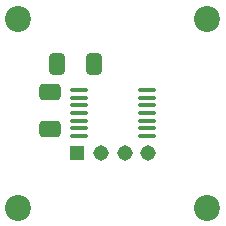
<source format=gbr>
%TF.GenerationSoftware,KiCad,Pcbnew,6.0.11-3.fc37*%
%TF.CreationDate,2023-04-24T22:35:34+02:00*%
%TF.ProjectId,crac_as5047,63726163-5f61-4733-9530-34372e6b6963,rev?*%
%TF.SameCoordinates,Original*%
%TF.FileFunction,Soldermask,Bot*%
%TF.FilePolarity,Negative*%
%FSLAX46Y46*%
G04 Gerber Fmt 4.6, Leading zero omitted, Abs format (unit mm)*
G04 Created by KiCad (PCBNEW 6.0.11-3.fc37) date 2023-04-24 22:35:34*
%MOMM*%
%LPD*%
G01*
G04 APERTURE LIST*
G04 Aperture macros list*
%AMRoundRect*
0 Rectangle with rounded corners*
0 $1 Rounding radius*
0 $2 $3 $4 $5 $6 $7 $8 $9 X,Y pos of 4 corners*
0 Add a 4 corners polygon primitive as box body*
4,1,4,$2,$3,$4,$5,$6,$7,$8,$9,$2,$3,0*
0 Add four circle primitives for the rounded corners*
1,1,$1+$1,$2,$3*
1,1,$1+$1,$4,$5*
1,1,$1+$1,$6,$7*
1,1,$1+$1,$8,$9*
0 Add four rect primitives between the rounded corners*
20,1,$1+$1,$2,$3,$4,$5,0*
20,1,$1+$1,$4,$5,$6,$7,0*
20,1,$1+$1,$6,$7,$8,$9,0*
20,1,$1+$1,$8,$9,$2,$3,0*%
G04 Aperture macros list end*
%ADD10C,2.200000*%
%ADD11C,1.308000*%
%ADD12R,1.308000X1.308000*%
%ADD13RoundRect,0.100000X0.637500X0.100000X-0.637500X0.100000X-0.637500X-0.100000X0.637500X-0.100000X0*%
%ADD14RoundRect,0.250000X0.412500X0.650000X-0.412500X0.650000X-0.412500X-0.650000X0.412500X-0.650000X0*%
%ADD15RoundRect,0.250000X0.650000X-0.412500X0.650000X0.412500X-0.650000X0.412500X-0.650000X-0.412500X0*%
G04 APERTURE END LIST*
D10*
%TO.C,REF\u002A\u002A*%
X158000000Y-82000000D03*
%TD*%
%TO.C,REF\u002A\u002A*%
X142000000Y-82000000D03*
%TD*%
%TO.C,REF\u002A\u002A*%
X158000000Y-98000000D03*
%TD*%
%TO.C,REF\u002A\u002A*%
X142000000Y-98000000D03*
%TD*%
D11*
%TO.C,J1*%
X153000000Y-93337500D03*
X151000000Y-93337500D03*
X149000000Y-93337500D03*
D12*
X147000000Y-93337500D03*
%TD*%
D13*
%TO.C,U1*%
X152862500Y-88050000D03*
X152862500Y-88700000D03*
X152862500Y-89350000D03*
X152862500Y-90000000D03*
X152862500Y-90650000D03*
X152862500Y-91300000D03*
X152862500Y-91950000D03*
X147137500Y-91950000D03*
X147137500Y-91300000D03*
X147137500Y-90650000D03*
X147137500Y-90000000D03*
X147137500Y-89350000D03*
X147137500Y-88700000D03*
X147137500Y-88050000D03*
%TD*%
D14*
%TO.C,C2*%
X148362500Y-85800000D03*
X145237500Y-85800000D03*
%TD*%
D15*
%TO.C,C1*%
X144700000Y-91362500D03*
X144700000Y-88237500D03*
%TD*%
M02*

</source>
